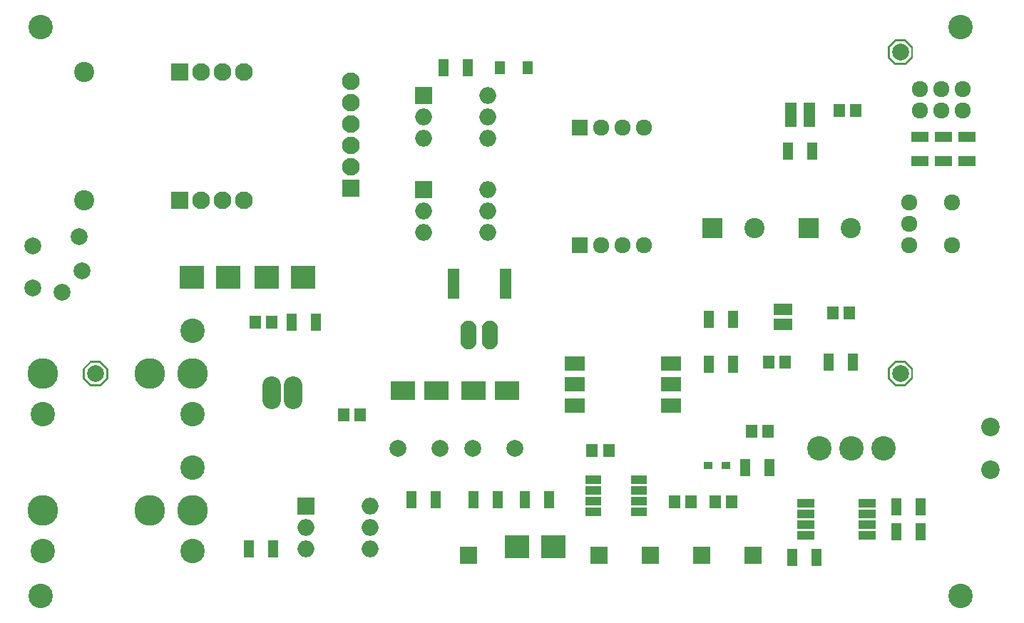
<source format=gbr>
G04 #@! TF.FileFunction,Soldermask,Top*
%FSLAX46Y46*%
G04 Gerber Fmt 4.6, Leading zero omitted, Abs format (unit mm)*
G04 Created by KiCad (PCBNEW 4.0.6-e0-6349~53~ubuntu16.04.1) date Mon May 15 14:01:16 2017*
%MOMM*%
%LPD*%
G01*
G04 APERTURE LIST*
%ADD10C,0.100000*%
%ADD11C,1.924000*%
%ADD12R,1.460000X1.050000*%
%ADD13R,2.100000X1.050000*%
%ADD14R,2.430000X1.670000*%
%ADD15R,2.100000X1.300000*%
%ADD16R,1.300000X2.100000*%
%ADD17R,2.900000X2.200000*%
%ADD18R,1.400000X1.650000*%
%ADD19R,1.950000X1.000000*%
%ADD20R,1.924000X1.924000*%
%ADD21R,2.000000X2.000000*%
%ADD22O,2.000000X2.000000*%
%ADD23C,2.200000*%
%ADD24C,2.900000*%
%ADD25R,2.180000X1.420000*%
%ADD26C,2.000000*%
%ADD27C,3.650000*%
%ADD28R,2.900000X2.700000*%
%ADD29C,2.400000*%
%ADD30C,2.100000*%
%ADD31R,2.100000X2.100000*%
%ADD32O,1.906220X3.414980*%
%ADD33R,1.000000X0.850000*%
%ADD34O,2.200860X3.900120*%
%ADD35R,1.400000X3.600000*%
%ADD36R,1.300000X1.600000*%
%ADD37R,2.400000X2.400000*%
G04 APERTURE END LIST*
D10*
D11*
X170434000Y-90932000D03*
X167894000Y-90932000D03*
X165354000Y-90932000D03*
X165354000Y-88392000D03*
X167894000Y-88392000D03*
X170434000Y-88392000D03*
X164084000Y-106934000D03*
X169164000Y-106934000D03*
X164084000Y-104394000D03*
X164084000Y-101854000D03*
X169164000Y-101854000D03*
D12*
X152230000Y-92390000D03*
X152230000Y-91440000D03*
X152230000Y-90490000D03*
X150030000Y-90490000D03*
X150030000Y-92390000D03*
X150030000Y-91440000D03*
D13*
X159098000Y-141351000D03*
X159098000Y-140081000D03*
X159098000Y-138811000D03*
X159098000Y-137541000D03*
X151798000Y-137541000D03*
X151798000Y-138811000D03*
X151798000Y-140081000D03*
X151798000Y-141351000D03*
D14*
X124333000Y-123444000D03*
X135763000Y-123444000D03*
X124333000Y-125944000D03*
X135763000Y-125944000D03*
X135763000Y-120944000D03*
X124333000Y-120944000D03*
D15*
X168148000Y-94054000D03*
X168148000Y-96954000D03*
X165354000Y-96954000D03*
X165354000Y-94054000D03*
D16*
X115242000Y-137160000D03*
X112342000Y-137160000D03*
X153088000Y-144018000D03*
X150188000Y-144018000D03*
X144600000Y-133350000D03*
X147500000Y-133350000D03*
X162550000Y-138000000D03*
X165450000Y-138000000D03*
X162550000Y-141000000D03*
X165450000Y-141000000D03*
X90752000Y-116078000D03*
X93652000Y-116078000D03*
D17*
X103918000Y-124206000D03*
X107918000Y-124206000D03*
X112300000Y-124206000D03*
X116300000Y-124206000D03*
D18*
X149336000Y-120777000D03*
X147336000Y-120777000D03*
X128381000Y-131318000D03*
X126381000Y-131318000D03*
X98900000Y-127100000D03*
X96900000Y-127100000D03*
X154956000Y-114935000D03*
X156956000Y-114935000D03*
D19*
X126586000Y-134747000D03*
X126586000Y-136017000D03*
X126586000Y-137287000D03*
X126586000Y-138557000D03*
X131986000Y-138557000D03*
X131986000Y-137287000D03*
X131986000Y-136017000D03*
X131986000Y-134747000D03*
D20*
X124968000Y-106934000D03*
D11*
X127508000Y-106934000D03*
X130048000Y-106934000D03*
X132588000Y-106934000D03*
D21*
X106426000Y-89154000D03*
D22*
X114046000Y-94234000D03*
X106426000Y-91694000D03*
X114046000Y-91694000D03*
X106426000Y-94234000D03*
X114046000Y-89154000D03*
D23*
X173736000Y-133604000D03*
X173736000Y-128524000D03*
D24*
X161036000Y-131064000D03*
X157226000Y-131064000D03*
X153416000Y-131064000D03*
D16*
X149680000Y-95758000D03*
X152580000Y-95758000D03*
X104976000Y-137160000D03*
X107876000Y-137160000D03*
X118438000Y-137160000D03*
X121338000Y-137160000D03*
X85672000Y-143002000D03*
X88572000Y-143002000D03*
D15*
X170942000Y-94054000D03*
X170942000Y-96954000D03*
D25*
X149098000Y-114553000D03*
X149098000Y-116333000D03*
D26*
X60000000Y-107000000D03*
X60000000Y-112000000D03*
X65800000Y-110000000D03*
X63500000Y-112500000D03*
X65500000Y-105900000D03*
D27*
X61214000Y-138430000D03*
X73914000Y-138430000D03*
X78994000Y-138430000D03*
D24*
X61214000Y-143256000D03*
X78994000Y-143256000D03*
X78994000Y-133350000D03*
D27*
X61214000Y-122174000D03*
X73914000Y-122174000D03*
X78994000Y-122174000D03*
D24*
X61214000Y-127000000D03*
X78994000Y-127000000D03*
X78994000Y-117094000D03*
D28*
X87766000Y-110744000D03*
X92066000Y-110744000D03*
X78876000Y-110744000D03*
X83176000Y-110744000D03*
X117484000Y-142748000D03*
X121784000Y-142748000D03*
D18*
X142986000Y-137414000D03*
X140986000Y-137414000D03*
X86376000Y-116078000D03*
X88376000Y-116078000D03*
X138160000Y-137414000D03*
X136160000Y-137414000D03*
D21*
X92456000Y-137922000D03*
D22*
X100076000Y-143002000D03*
X92456000Y-140462000D03*
X100076000Y-140462000D03*
X92456000Y-143002000D03*
X100076000Y-137922000D03*
D20*
X124968000Y-92964000D03*
D11*
X127508000Y-92964000D03*
X130048000Y-92964000D03*
X132588000Y-92964000D03*
D21*
X106426000Y-100330000D03*
D22*
X114046000Y-105410000D03*
X106426000Y-102870000D03*
X114046000Y-102870000D03*
X106426000Y-105410000D03*
X114046000Y-100330000D03*
D29*
X66080000Y-86320000D03*
X66080000Y-101570000D03*
D30*
X85100000Y-86360000D03*
X85090000Y-101566000D03*
X82560000Y-86360000D03*
X80020000Y-86360000D03*
D31*
X77480000Y-86370000D03*
D30*
X82560000Y-101566000D03*
X80020000Y-101566000D03*
D31*
X77480000Y-101566000D03*
D30*
X97790000Y-87480000D03*
X97790000Y-90020000D03*
X97790000Y-92560000D03*
X97790000Y-95100000D03*
X97790000Y-97640000D03*
D31*
X97790000Y-100180000D03*
D32*
X114300000Y-117602000D03*
X111760000Y-117602000D03*
D33*
X140174000Y-133096000D03*
X142274000Y-133096000D03*
D34*
X90932000Y-124460000D03*
X88392000Y-124460000D03*
D26*
X112268000Y-131064000D03*
X117268000Y-131064000D03*
D16*
X157406000Y-120777000D03*
X154506000Y-120777000D03*
D31*
X139446000Y-143764000D03*
X145542000Y-143764000D03*
X111760000Y-143764000D03*
X133350000Y-143764000D03*
X127254000Y-143764000D03*
D24*
X60960000Y-81026000D03*
X60960000Y-148590000D03*
X170180000Y-81026000D03*
X170180000Y-148590000D03*
D35*
X109930000Y-111506000D03*
X116130000Y-111506000D03*
D16*
X111686000Y-85852000D03*
X108786000Y-85852000D03*
D18*
X157718000Y-90932000D03*
X155718000Y-90932000D03*
D36*
X115444000Y-85852000D03*
X118744000Y-85852000D03*
D37*
X152146000Y-104902000D03*
D29*
X157146000Y-104902000D03*
D26*
X103378000Y-131064000D03*
X108378000Y-131064000D03*
D18*
X147304000Y-129032000D03*
X145304000Y-129032000D03*
D37*
X140716000Y-104902000D03*
D29*
X145716000Y-104902000D03*
D16*
X143182000Y-115697000D03*
X140282000Y-115697000D03*
X143182000Y-121031000D03*
X140282000Y-121031000D03*
D26*
X67437000Y-122174000D03*
D10*
G36*
X66862000Y-120906500D02*
X66802000Y-120661500D01*
X68072000Y-120661500D01*
X68012000Y-120906500D01*
X66862000Y-120906500D01*
X66862000Y-120906500D01*
G37*
G36*
X66134156Y-121684329D02*
X65918489Y-121553514D01*
X66816514Y-120655489D01*
X66947329Y-120871156D01*
X66134156Y-121684329D01*
X66134156Y-121684329D01*
G37*
G36*
X66169500Y-122749000D02*
X65924500Y-122809000D01*
X65924500Y-121539000D01*
X66169500Y-121599000D01*
X66169500Y-122749000D01*
X66169500Y-122749000D01*
G37*
G36*
X66947329Y-123476844D02*
X66816514Y-123692511D01*
X65918489Y-122794486D01*
X66134156Y-122663671D01*
X66947329Y-123476844D01*
X66947329Y-123476844D01*
G37*
G36*
X68012000Y-123441500D02*
X68072000Y-123686500D01*
X66802000Y-123686500D01*
X66862000Y-123441500D01*
X68012000Y-123441500D01*
X68012000Y-123441500D01*
G37*
G36*
X68739844Y-122663671D02*
X68955511Y-122794486D01*
X68057486Y-123692511D01*
X67926671Y-123476844D01*
X68739844Y-122663671D01*
X68739844Y-122663671D01*
G37*
G36*
X68704500Y-121599000D02*
X68949500Y-121539000D01*
X68949500Y-122809000D01*
X68704500Y-122749000D01*
X68704500Y-121599000D01*
X68704500Y-121599000D01*
G37*
G36*
X67926671Y-120871156D02*
X68057486Y-120655489D01*
X68955511Y-121553514D01*
X68739844Y-121684329D01*
X67926671Y-120871156D01*
X67926671Y-120871156D01*
G37*
D26*
X163000000Y-84000000D03*
D10*
G36*
X162425000Y-82732500D02*
X162365000Y-82487500D01*
X163635000Y-82487500D01*
X163575000Y-82732500D01*
X162425000Y-82732500D01*
X162425000Y-82732500D01*
G37*
G36*
X161697156Y-83510329D02*
X161481489Y-83379514D01*
X162379514Y-82481489D01*
X162510329Y-82697156D01*
X161697156Y-83510329D01*
X161697156Y-83510329D01*
G37*
G36*
X161732500Y-84575000D02*
X161487500Y-84635000D01*
X161487500Y-83365000D01*
X161732500Y-83425000D01*
X161732500Y-84575000D01*
X161732500Y-84575000D01*
G37*
G36*
X162510329Y-85302844D02*
X162379514Y-85518511D01*
X161481489Y-84620486D01*
X161697156Y-84489671D01*
X162510329Y-85302844D01*
X162510329Y-85302844D01*
G37*
G36*
X163575000Y-85267500D02*
X163635000Y-85512500D01*
X162365000Y-85512500D01*
X162425000Y-85267500D01*
X163575000Y-85267500D01*
X163575000Y-85267500D01*
G37*
G36*
X164302844Y-84489671D02*
X164518511Y-84620486D01*
X163620486Y-85518511D01*
X163489671Y-85302844D01*
X164302844Y-84489671D01*
X164302844Y-84489671D01*
G37*
G36*
X164267500Y-83425000D02*
X164512500Y-83365000D01*
X164512500Y-84635000D01*
X164267500Y-84575000D01*
X164267500Y-83425000D01*
X164267500Y-83425000D01*
G37*
G36*
X163489671Y-82697156D02*
X163620486Y-82481489D01*
X164518511Y-83379514D01*
X164302844Y-83510329D01*
X163489671Y-82697156D01*
X163489671Y-82697156D01*
G37*
D26*
X163000000Y-122174000D03*
D10*
G36*
X162425000Y-120906500D02*
X162365000Y-120661500D01*
X163635000Y-120661500D01*
X163575000Y-120906500D01*
X162425000Y-120906500D01*
X162425000Y-120906500D01*
G37*
G36*
X161697156Y-121684329D02*
X161481489Y-121553514D01*
X162379514Y-120655489D01*
X162510329Y-120871156D01*
X161697156Y-121684329D01*
X161697156Y-121684329D01*
G37*
G36*
X161732500Y-122749000D02*
X161487500Y-122809000D01*
X161487500Y-121539000D01*
X161732500Y-121599000D01*
X161732500Y-122749000D01*
X161732500Y-122749000D01*
G37*
G36*
X162510329Y-123476844D02*
X162379514Y-123692511D01*
X161481489Y-122794486D01*
X161697156Y-122663671D01*
X162510329Y-123476844D01*
X162510329Y-123476844D01*
G37*
G36*
X163575000Y-123441500D02*
X163635000Y-123686500D01*
X162365000Y-123686500D01*
X162425000Y-123441500D01*
X163575000Y-123441500D01*
X163575000Y-123441500D01*
G37*
G36*
X164302844Y-122663671D02*
X164518511Y-122794486D01*
X163620486Y-123692511D01*
X163489671Y-123476844D01*
X164302844Y-122663671D01*
X164302844Y-122663671D01*
G37*
G36*
X164267500Y-121599000D02*
X164512500Y-121539000D01*
X164512500Y-122809000D01*
X164267500Y-122749000D01*
X164267500Y-121599000D01*
X164267500Y-121599000D01*
G37*
G36*
X163489671Y-120871156D02*
X163620486Y-120655489D01*
X164518511Y-121553514D01*
X164302844Y-121684329D01*
X163489671Y-120871156D01*
X163489671Y-120871156D01*
G37*
M02*

</source>
